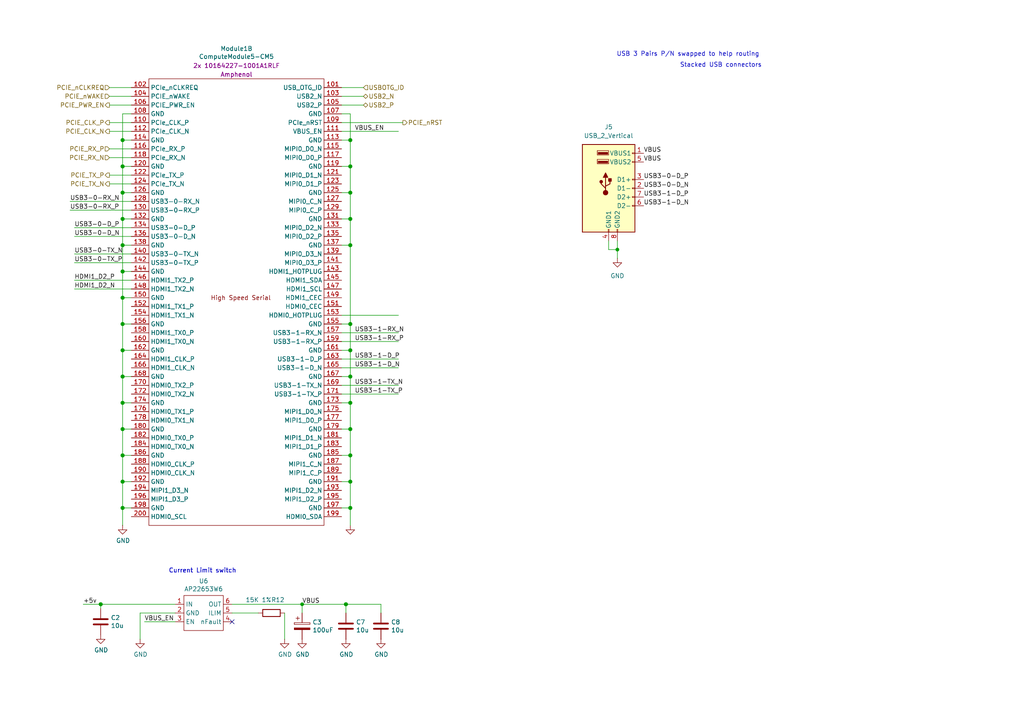
<source format=kicad_sch>
(kicad_sch (version 20250114) (generator "eeschema") (generator_version "9.0")
  (paper "A4")
  (title_block (title "Compute Module 5 IO ") (rev "1") (company "E-SMART SOLUTIONS") (comment 1 "Mostafa Bakir"))
  (lib_symbols
    (symbol "CM5IO:AP2553W6"
      (property "Reference" "U" (at 3.81 -6.35 0))
      (property "Value" "AP2553W6" (at -3.81 -6.35 0))
      (symbol "AP2553W6_0_0"
        (pin power_in line (at -8.89 2.54 0) (length 2.54) (name "IN") (number "1"))
        (pin power_out line (at -8.89 0 0) (length 2.54) (name "GND") (number "2"))
        (pin input line (at -8.89 -2.54 0) (length 2.54) (name "EN") (number "3"))
        (pin power_out line (at 7.62 2.54 180) (length 2.54) (name "OUT") (number "6"))
        (pin passive line (at 7.62 0 180) (length 2.54) (name "ILIM") (number "5"))
        (pin open_collector line (at 7.62 -2.54 180) (length 2.54) (name "nFault") (number "4"))
      )
      (symbol "AP2553W6_0_1"
        (rectangle (start -6.35 5.08) (end 5.08 -5.08))
      )
    )
    (symbol "CM5IO:ComputeModule5-CM5"
      (property "Reference" "Module" (at 113.03 -68.58 0))
      (property "Value" "ComputeModule5-CM5" (at 140.97 2.54 0))
      (property "Field4" "Amphenol" (at 0 0 0))
      (property "Field5" "2x 10164227-1001A1RLF" (at 0 -2.54 0))
      (symbol "ComputeModule5-CM5_1_0"
        (text "GPIO" (at 0 6.35 0) (effects (font (size 1.27 1.27))))
      )
      (symbol "ComputeModule5-CM5_1_1"
        (rectangle (start -30.48 -71.12) (end 25.4 58.42))
        (text "600mA Max" (at -8.89 -48.26 0) (effects (font (size 1.27 1.27))))
        (text "600mA Max" (at -8.89 -53.34 0) (effects (font (size 1.27 1.27))))
        (text "NB SD signals are only available" (at -1.27 -27.94 0) (effects (font (size 1.27 1.27))))
        (text "on modules without eMMC" (at -1.27 -30.48 0) (effects (font (size 1.27 1.27))))
        (pin power_in line (at -33.02 55.88 0) (length 2.54) (name "GND") (number "2"))
        (pin passive line (at -33.02 53.34 0) (length 2.54) (name "Ethernet_Pair1_P") (number "4"))
        (pin passive line (at -33.02 50.8 0) (length 2.54) (name "Ethernet_Pair1_N") (number "6"))
        (pin power_in line (at -33.02 48.26 0) (length 2.54) (name "GND") (number "8"))
        (pin passive line (at -33.02 45.72 0) (length 2.54) (name "Ethernet_Pair0_N") (number "10"))
        (pin passive line (at -33.02 43.18 0) (length 2.54) (name "Ethernet_Pair0_P") (number "12"))
        (pin power_in line (at -33.02 40.64 0) (length 2.54) (name "GND") (number "14"))
        (pin input line (at -33.02 38.1 0) (length 2.54) (name "FAN_TACHO") (number "16"))
        (pin input line (at -33.02 35.56 0) (length 2.54) (name "Ethernet_SYNC_OUT(3.3v)") (number "18"))
        (pin passive line (at -33.02 33.02 0) (length 2.54) (name "EEPROM_nWP") (number "20"))
        (pin power_in line (at -33.02 30.48 0) (length 2.54) (name "GND") (number "22"))
        (pin passive line (at -33.02 27.94 0) (length 2.54) (name "GPIO26") (number "24"))
        (pin passive line (at -33.02 25.4 0) (length 2.54) (name "GPIO19") (number "26"))
        (pin passive line (at -33.02 22.86 0) (length 2.54) (name "GPIO13") (number "28"))
        (pin passive line (at -33.02 20.32 0) (length 2.54) (name "GPIO6") (number "30"))
        (pin power_in line (at -33.02 17.78 0) (length 2.54) (name "GND") (number "32"))
        (pin passive line (at -33.02 15.24 0) (length 2.54) (name "GPIO5") (number "34"))
        (pin passive line (at -33.02 12.7 0) (length 2.54) (name "ID_SD") (number "36"))
        (pin passive line (at -33.02 10.16 0) (length 2.54) (name "GPIO11") (number "38"))
        (pin passive line (at -33.02 7.62 0) (length 2.54) (name "GPIO9") (number "40"))
        (pin power_in line (at -33.02 5.08 0) (length 2.54) (name "GND") (number "42"))
        (pin passive line (at -33.02 2.54 0) (length 2.54) (name "GPIO10") (number "44"))
        (pin passive line (at -33.02 0 0) (length 2.54) (name "GPIO22") (number "46"))
        (pin passive line (at -33.02 -2.54 0) (length 2.54) (name "GPIO27") (number "48"))
        (pin passive line (at -33.02 -5.08 0) (length 2.54) (name "GPIO17") (number "50"))
        (pin power_in line (at -33.02 -7.62 0) (length 2.54) (name "GND") (number "52"))
        (pin passive line (at -33.02 -10.16 0) (length 2.54) (name "GPIO4") (number "54"))
        (pin passive line (at -33.02 -12.7 0) (length 2.54) (name "GPIO3") (number "56"))
        (pin passive line (at -33.02 -15.24 0) (length 2.54) (name "GPIO2") (number "58"))
        (pin power_in line (at -33.02 -17.78 0) (length 2.54) (name "GND") (number "60"))
        (pin passive line (at -33.02 -20.32 0) (length 2.54) (name "SD_CMD") (number "62"))
        (pin passive line (at -33.02 -22.86 0) (length 2.54) (name "SD_DAT5") (number "64"))
        (pin power_in line (at -33.02 -25.4 0) (length 2.54) (name "GND") (number "66"))
        (pin passive line (at -33.02 -27.94 0) (length 2.54) (name "SD_DAT4") (number "68"))
        (pin passive line (at -33.02 -30.48 0) (length 2.54) (name "SD_DAT7") (number "70"))
        (pin passive line (at -33.02 -33.02 0) (length 2.54) (name "SD_DAT6") (number "72"))
        (pin power_in line (at -33.02 -35.56 0) (length 2.54) (name "GND") (number "74"))
        (pin passive line (at -33.02 -38.1 0) (length 2.54) (name "VBAT") (number "76"))
        (pin power_in line (at -33.02 -40.64 0) (length 2.54) (name "GPIO_VREF(1.8v/3.3v_Input)") (number "78"))
        (pin passive line (at -33.02 -43.18 0) (length 2.54) (name "SCL0") (number "80"))
        (pin passive line (at -33.02 -45.72 0) (length 2.54) (name "SDA0") (number "82"))
        (pin power_out line (at -33.02 -48.26 0) (length 2.54) (name "+3.3v_(Output)") (number "84"))
        (pin passive line (at -33.02 -50.8 0) (length 2.54) (name "+3.3v_(Output)") (number "86"))
        (pin power_out line (at -33.02 -53.34 0) (length 2.54) (name "+1.8v_(Output)") (number "88"))
        (pin passive line (at -33.02 -55.88 0) (length 2.54) (name "+1.8v_(Output)") (number "90"))
        (pin passive line (at -33.02 -58.42 0) (length 2.54) (name "PWR_BUT") (number "92"))
        (pin passive line (at -33.02 -60.96 0) (length 2.54) (name "CC1") (number "94"))
        (pin passive line (at -33.02 -63.5 0) (length 2.54) (name "CC2") (number "96"))
        (pin power_in line (at -33.02 -66.04 0) (length 2.54) (name "GND") (number "98"))
        (pin passive line (at -33.02 -68.58 0) (length 2.54) (name "CAM_GPIO1") (number "100"))
        (pin power_in line (at 27.94 55.88 180) (length 2.54) (name "GND") (number "1"))
        (pin passive line (at 27.94 53.34 180) (length 2.54) (name "Ethernet_Pair3_P") (number "3"))
        (pin passive line (at 27.94 50.8 180) (length 2.54) (name "Ethernet_Pair3_N") (number "5"))
        (pin power_in line (at 27.94 48.26 180) (length 2.54) (name "GND") (number "7"))
        (pin passive line (at 27.94 45.72 180) (length 2.54) (name "Ethernet_Pair2_N") (number "9"))
        (pin passive line (at 27.94 43.18 180) (length 2.54) (name "Ethernet_Pair2_P") (number "11"))
        (pin power_in line (at 27.94 40.64 180) (length 2.54) (name "GND") (number "13"))
        (pin output line (at 27.94 38.1 180) (length 2.54) (name "Ethernet_nLED3(3.3v)") (number "15"))
        (pin output line (at 27.94 35.56 180) (length 2.54) (name "Ethernet_nLED2(3.3v)") (number "17"))
        (pin output line (at 27.94 33.02 180) (length 2.54) (name "FAN_PWM") (number "19"))
        (pin open_collector line (at 27.94 30.48 180) (length 2.54) (name "LED_nACT") (number "21"))
        (pin power_in line (at 27.94 27.94 180) (length 2.54) (name "GND") (number "23"))
        (pin passive line (at 27.94 25.4 180) (length 2.54) (name "GPIO21") (number "25"))
        (pin passive line (at 27.94 22.86 180) (length 2.54) (name "GPIO20") (number "27"))
        (pin passive line (at 27.94 20.32 180) (length 2.54) (name "GPIO16") (number "29"))
        (pin passive line (at 27.94 17.78 180) (length 2.54) (name "GPIO12") (number "31"))
        (pin power_in line (at 27.94 15.24 180) (length 2.54) (name "GND") (number "33"))
        (pin passive line (at 27.94 12.7 180) (length 2.54) (name "ID_SC") (number "35"))
        (pin passive line (at 27.94 10.16 180) (length 2.54) (name "GPIO7") (number "37"))
        (pin passive line (at 27.94 7.62 180) (length 2.54) (name "GPIO8") (number "39"))
        (pin passive line (at 27.94 5.08 180) (length 2.54) (name "GPIO25") (number "41"))
        (pin power_in line (at 27.94 2.54 180) (length 2.54) (name "GND") (number "43"))
        (pin passive line (at 27.94 0 180) (length 2.54) (name "GPIO24") (number "45"))
        (pin passive line (at 27.94 -2.54 180) (length 2.54) (name "GPIO23") (number "47"))
        (pin passive line (at 27.94 -5.08 180) (length 2.54) (name "GPIO18") (number "49"))
        (pin passive line (at 27.94 -7.62 180) (length 2.54) (name "GPIO15") (number "51"))
        (pin power_in line (at 27.94 -10.16 180) (length 2.54) (name "GND") (number "53"))
        (pin passive line (at 27.94 -12.7 180) (length 2.54) (name "GPIO14") (number "55"))
        (pin passive line (at 27.94 -15.24 180) (length 2.54) (name "SD_CLK") (number "57"))
        (pin power_in line (at 27.94 -17.78 180) (length 2.54) (name "GND") (number "59"))
        (pin passive line (at 27.94 -20.32 180) (length 2.54) (name "SD_DAT3") (number "61"))
        (pin passive line (at 27.94 -22.86 180) (length 2.54) (name "SD_DAT0") (number "63"))
        (pin power_in line (at 27.94 -25.4 180) (length 2.54) (name "GND") (number "65"))
        (pin passive line (at 27.94 -27.94 180) (length 2.54) (name "SD_DAT1") (number "67"))
        (pin passive line (at 27.94 -30.48 180) (length 2.54) (name "SD_DAT2") (number "69"))
        (pin power_in line (at 27.94 -33.02 180) (length 2.54) (name "GND") (number "71"))
        (pin input line (at 27.94 -35.56 180) (length 2.54) (name "SD_VDD_Override") (number "73"))
        (pin output line (at 27.94 -38.1 180) (length 2.54) (name "SD_PWR_ON") (number "75"))
        (pin power_in line (at 27.94 -40.64 180) (length 2.54) (name "+5v_(Input)") (number "77"))
        (pin power_in line (at 27.94 -43.18 180) (length 2.54) (name "+5v_(Input)") (number "79"))
        (pin power_in line (at 27.94 -45.72 180) (length 2.54) (name "+5v_(Input)") (number "81"))
        (pin power_in line (at 27.94 -48.26 180) (length 2.54) (name "+5v_(Input)") (number "83"))
        (pin power_in line (at 27.94 -50.8 180) (length 2.54) (name "+5v_(Input)") (number "85"))
        (pin power_in line (at 27.94 -53.34 180) (length 2.54) (name "+5v_(Input)") (number "87"))
        (pin input line (at 27.94 -55.88 180) (length 2.54) (name "WiFi_nDisable") (number "89"))
        (pin input line (at 27.94 -58.42 180) (length 2.54) (name "BT_nDisable") (number "91"))
        (pin input line (at 27.94 -60.96 180) (length 2.54) (name "nRPIBOOT") (number "93"))
        (pin output line (at 27.94 -63.5 180) (length 2.54) (name "LED_nPWR") (number "95"))
        (pin passive line (at 27.94 -66.04 180) (length 2.54) (name "CAM_GPIO0") (number "97"))
        (pin input line (at 27.94 -68.58 180) (length 2.54) (name "PMIC_ENABLE") (number "99"))
      )
      (symbol "ComputeModule5-CM5_2_1"
        (rectangle (start 114.3 -66.04) (end 165.1 63.5))
        (text "High Speed Serial" (at 140.97 0 0) (effects (font (size 1.27 1.27))))
        (pin input line (at 109.22 60.96 0) (length 5.08) (name "PCIe_nCLKREQ") (number "102"))
        (pin input line (at 109.22 58.42 0) (length 5.08) (name "PCIE_nWAKE") (number "104"))
        (pin output line (at 109.22 55.88 0) (length 5.08) (name "PCIE_PWR_EN") (number "106"))
        (pin power_in line (at 109.22 53.34 0) (length 5.08) (name "GND") (number "108"))
        (pin output line (at 109.22 50.8 0) (length 5.08) (name "PCIe_CLK_P") (number "110"))
        (pin output line (at 109.22 48.26 0) (length 5.08) (name "PCIe_CLK_N") (number "112"))
        (pin power_in line (at 109.22 45.72 0) (length 5.08) (name "GND") (number "114"))
        (pin input line (at 109.22 43.18 0) (length 5.08) (name "PCIe_RX_P") (number "116"))
        (pin input line (at 109.22 40.64 0) (length 5.08) (name "PCIe_RX_N") (number "118"))
        (pin power_in line (at 109.22 38.1 0) (length 5.08) (name "GND") (number "120"))
        (pin output line (at 109.22 35.56 0) (length 5.08) (name "PCIe_TX_P") (number "122"))
        (pin output line (at 109.22 33.02 0) (length 5.08) (name "PCIe_TX_N") (number "124"))
        (pin power_in line (at 109.22 30.48 0) (length 5.08) (name "GND") (number "126"))
        (pin input line (at 109.22 27.94 0) (length 5.08) (name "USB3-0-RX_N") (number "128"))
        (pin input line (at 109.22 25.4 0) (length 5.08) (name "USB3-0-RX_P") (number "130"))
        (pin power_in line (at 109.22 22.86 0) (length 5.08) (name "GND") (number "132"))
        (pin passive line (at 109.22 20.32 0) (length 5.08) (name "USB3-0-D_P") (number "134"))
        (pin passive line (at 109.22 17.78 0) (length 5.08) (name "USB3-0-D_N") (number "136"))
        (pin power_in line (at 109.22 15.24 0) (length 5.08) (name "GND") (number "138"))
        (pin output line (at 109.22 12.7 0) (length 5.08) (name "USB3-0-TX_N") (number "140"))
        (pin output line (at 109.22 10.16 0) (length 5.08) (name "USB3-0-TX_P") (number "142"))
        (pin power_in line (at 109.22 7.62 0) (length 5.08) (name "GND") (number "144"))
        (pin output line (at 109.22 5.08 0) (length 5.08) (name "HDMI1_TX2_P") (number "146"))
        (pin output line (at 109.22 2.54 0) (length 5.08) (name "HDMI1_TX2_N") (number "148"))
        (pin power_in line (at 109.22 0 0) (length 5.08) (name "GND") (number "150"))
        (pin output line (at 109.22 -2.54 0) (length 5.08) (name "HDMI1_TX1_P") (number "152"))
        (pin output line (at 109.22 -5.08 0) (length 5.08) (name "HDMI1_TX1_N") (number "154"))
        (pin power_in line (at 109.22 -7.62 0) (length 5.08) (name "GND") (number "156"))
        (pin output line (at 109.22 -10.16 0) (length 5.08) (name "HDMI1_TX0_P") (number "158"))
        (pin output line (at 109.22 -12.7 0) (length 5.08) (name "HDMI1_TX0_N") (number "160"))
        (pin power_in line (at 109.22 -15.24 0) (length 5.08) (name "GND") (number "162"))
        (pin output line (at 109.22 -17.78 0) (length 5.08) (name "HDMI1_CLK_P") (number "164"))
        (pin output line (at 109.22 -20.32 0) (length 5.08) (name "HDMI1_CLK_N") (number "166"))
        (pin power_in line (at 109.22 -22.86 0) (length 5.08) (name "GND") (number "168"))
        (pin output line (at 109.22 -25.4 0) (length 5.08) (name "HDMI0_TX2_P") (number "170"))
        (pin output line (at 109.22 -27.94 0) (length 5.08) (name "HDMI0_TX2_N") (number "172"))
        (pin power_in line (at 109.22 -30.48 0) (length 5.08) (name "GND") (number "174"))
        (pin output line (at 109.22 -33.02 0) (length 5.08) (name "HDMI0_TX1_P") (number "176"))
        (pin output line (at 109.22 -35.56 0) (length 5.08) (name "HDMI0_TX1_N") (number "178"))
        (pin power_in line (at 109.22 -38.1 0) (length 5.08) (name "GND") (number "180"))
        (pin output line (at 109.22 -40.64 0) (length 5.08) (name "HDMI0_TX0_P") (number "182"))
        (pin output line (at 109.22 -43.18 0) (length 5.08) (name "HDMI0_TX0_N") (number "184"))
        (pin power_in line (at 109.22 -45.72 0) (length 5.08) (name "GND") (number "186"))
        (pin output line (at 109.22 -48.26 0) (length 5.08) (name "HDMI0_CLK_P") (number "188"))
        (pin output line (at 109.22 -50.8 0) (length 5.08) (name "HDMI0_CLK_N") (number "190"))
        (pin power_in line (at 109.22 -53.34 0) (length 5.08) (name "GND") (number "192"))
        (pin output line (at 109.22 -55.88 0) (length 5.08) (name "MIPI1_D3_N") (number "194"))
        (pin output line (at 109.22 -58.42 0) (length 5.08) (name "MIPI1_D3_P") (number "196"))
        (pin power_in line (at 109.22 -60.96 0) (length 5.08) (name "GND") (number "198"))
        (pin open_collector line (at 109.22 -63.5 0) (length 5.08) (name "HDMI0_SCL") (number "200"))
        (pin input line (at 170.18 60.96 180) (length 5.08) (name "USB_OTG_ID") (number "101"))
        (pin passive line (at 170.18 58.42 180) (length 5.08) (name "USB2_N") (number "103"))
        (pin passive line (at 170.18 55.88 180) (length 5.08) (name "USB2_P") (number "105"))
        (pin power_in line (at 170.18 53.34 180) (length 5.08) (name "GND") (number "107"))
        (pin output line (at 170.18 50.8 180) (length 5.08) (name "PCIe_nRST") (number "109"))
        (pin output line (at 170.18 48.26 180) (length 5.08) (name "VBUS_EN") (number "111"))
        (pin power_in line (at 170.18 45.72 180) (length 5.08) (name "GND") (number "113"))
        (pin input line (at 170.18 43.18 180) (length 5.08) (name "MIPI0_D0_N") (number "115"))
        (pin input line (at 170.18 40.64 180) (length 5.08) (name "MIPI0_D0_P") (number "117"))
        (pin power_in line (at 170.18 38.1 180) (length 5.08) (name "GND") (number "119"))
        (pin input line (at 170.18 35.56 180) (length 5.08) (name "MIPI0_D1_N") (number "121"))
        (pin input line (at 170.18 33.02 180) (length 5.08) (name "MIPI0_D1_P") (number "123"))
        (pin power_in line (at 170.18 30.48 180) (length 5.08) (name "GND") (number "125"))
        (pin input line (at 170.18 27.94 180) (length 5.08) (name "MIPI0_C_N") (number "127"))
        (pin input line (at 170.18 25.4 180) (length 5.08) (name "MIPI0_C_P") (number "129"))
        (pin power_in line (at 170.18 22.86 180) (length 5.08) (name "GND") (number "131"))
        (pin input line (at 170.18 20.32 180) (length 5.08) (name "MIPI0_D2_N") (number "133"))
        (pin input line (at 170.18 17.78 180) (length 5.08) (name "MIPI0_D2_P") (number "135"))
        (pin power_in line (at 170.18 15.24 180) (length 5.08) (name "GND") (number "137"))
        (pin input line (at 170.18 12.7 180) (length 5.08) (name "MIPI0_D3_N") (number "139"))
        (pin input line (at 170.18 10.16 180) (length 5.08) (name "MIPI0_D3_P") (number "141"))
        (pin input line (at 170.18 7.62 180) (length 5.08) (name "HDMI1_HOTPLUG") (number "143"))
        (pin bidirectional line (at 170.18 5.08 180) (length 5.08) (name "HDMI1_SDA") (number "145"))
        (pin open_collector line (at 170.18 2.54 180) (length 5.08) (name "HDMI1_SCL") (number "147"))
        (pin open_collector line (at 170.18 0 180) (length 5.08) (name "HDMI1_CEC") (number "149"))
        (pin open_collector line (at 170.18 -2.54 180) (length 5.08) (name "HDMI0_CEC") (number "151"))
        (pin input line (at 170.18 -5.08 180) (length 5.08) (name "HDMI0_HOTPLUG") (number "153"))
        (pin power_in line (at 170.18 -7.62 180) (length 5.08) (name "GND") (number "155"))
        (pin input line (at 170.18 -10.16 180) (length 5.08) (name "USB3-1-RX_N") (number "157"))
        (pin input line (at 170.18 -12.7 180) (length 5.08) (name "USB3-1-RX_P") (number "159"))
        (pin power_in line (at 170.18 -15.24 180) (length 5.08) (name "GND") (number "161"))
        (pin passive line (at 170.18 -17.78 180) (length 5.08) (name "USB3-1-D_P") (number "163"))
        (pin passive line (at 170.18 -20.32 180) (length 5.08) (name "USB3-1-D_N") (number "165"))
        (pin power_in line (at 170.18 -22.86 180) (length 5.08) (name "GND") (number "167"))
        (pin output line (at 170.18 -25.4 180) (length 5.08) (name "USB3-1-TX_N") (number "169"))
        (pin output line (at 170.18 -27.94 180) (length 5.08) (name "USB3-1-TX_P") (number "171"))
        (pin power_in line (at 170.18 -30.48 180) (length 5.08) (name "GND") (number "173"))
        (pin output line (at 170.18 -33.02 180) (length 5.08) (name "MIPI1_D0_N") (number "175"))
        (pin output line (at 170.18 -35.56 180) (length 5.08) (name "MIPI1_D0_P") (number "177"))
        (pin power_in line (at 170.18 -38.1 180) (length 5.08) (name "GND") (number "179"))
        (pin output line (at 170.18 -40.64 180) (length 5.08) (name "MIPI1_D1_N") (number "181"))
        (pin output line (at 170.18 -43.18 180) (length 5.08) (name "MIPI1_D1_P") (number "183"))
        (pin power_in line (at 170.18 -45.72 180) (length 5.08) (name "GND") (number "185"))
        (pin output line (at 170.18 -48.26 180) (length 5.08) (name "MIPI1_C_N") (number "187"))
        (pin output line (at 170.18 -50.8 180) (length 5.08) (name "MIPI1_C_P") (number "189"))
        (pin power_in line (at 170.18 -53.34 180) (length 5.08) (name "GND") (number "191"))
        (pin output line (at 170.18 -55.88 180) (length 5.08) (name "MIPI1_D2_N") (number "193"))
        (pin output line (at 170.18 -58.42 180) (length 5.08) (name "MIPI1_D2_P") (number "195"))
        (pin power_in line (at 170.18 -60.96 180) (length 5.08) (name "GND") (number "197"))
        (pin bidirectional line (at 170.18 -63.5 180) (length 5.08) (name "HDMI0_SDA") (number "199"))
      )
    )
    (symbol "Connector:USB_2_Vertical" (pin_names (offset 1.016))
      (property "Reference" "J" (at 0 15.875 0))
      (property "Value" "USB_2_Vertical" (at 0 13.97 0))
      (symbol "USB_2_Vertical_0_1"
        (rectangle (start -7.62 12.7) (end 7.62 -12.7) (stroke (width 0.254)) (fill (type background)))
        (circle (center -2.159 1.905) (radius 0.381) (stroke (width 0.254)) (fill (type outline)))
        (polyline (pts (xy -1.524 3.175) (xy -0.254 3.175) (xy -0.889 4.445) (xy -1.524 3.175)) (stroke (width 0.254)) (fill (type outline)))
        (polyline (pts (xy -0.889 0) (xy -0.889 0.635) (xy 0.381 1.27) (xy 0.381 2.54)) (stroke (width 0.254)))
        (polyline (pts (xy -0.889 -0.635) (xy -0.889 0) (xy -2.159 1.27) (xy -2.159 1.905)) (stroke (width 0.254)))
        (circle (center -0.889 -1.27) (radius 0.635) (stroke (width 0.254)) (fill (type outline)))
        (rectangle (start -0.254 9.906) (end -3.048 10.414) (fill (type outline)))
        (rectangle (start -0.254 7.366) (end -3.048 7.874) (fill (type outline)))
        (rectangle (start -0.127 -12.7) (end 0.127 -11.938))
        (rectangle (start 0 9.652) (end -3.302 10.922))
        (rectangle (start 0 7.112) (end -3.302 8.382))
        (rectangle (start 0 2.794) (end 0.762 2.032) (stroke (width 0.254)) (fill (type outline)))
        (rectangle (start 2.413 -12.7) (end 2.667 -11.938))
        (rectangle (start 7.62 10.033) (end 6.858 10.287))
        (rectangle (start 7.62 7.493) (end 6.858 7.747))
        (rectangle (start 7.62 2.413) (end 6.858 2.667))
        (rectangle (start 7.62 -0.127) (end 6.858 0.127))
        (rectangle (start 7.62 -2.667) (end 6.858 -2.413))
        (rectangle (start 7.62 -5.207) (end 6.858 -4.953))
      )
      (symbol "USB_2_Vertical_1_1"
        (polyline (pts (xy -0.889 0.635) (xy -0.889 3.175)) (stroke (width 0.254)))
        (pin power_in line (at 0 -15.24 90) (length 2.54) (name "GND1") (number "4"))
        (pin power_in line (at 2.54 -15.24 90) (length 2.54) (name "GND2") (number "8"))
        (pin power_in line (at 10.16 10.16 180) (length 2.54) (name "VBUS1") (number "1"))
        (pin power_in line (at 10.16 7.62 180) (length 2.54) (name "VBUS2") (number "5"))
        (pin bidirectional line (at 10.16 2.54 180) (length 2.54) (name "D1+") (number "3"))
        (pin bidirectional line (at 10.16 0 180) (length 2.54) (name "D1-") (number "2"))
        (pin bidirectional line (at 10.16 -2.54 180) (length 2.54) (name "D2+") (number "7"))
        (pin bidirectional line (at 10.16 -5.08 180) (length 2.54) (name "D2-") (number "6"))
      )
    )
    (symbol "Device:C" (pin_numbers (hide yes)) (pin_names (offset 0.254))
      (property "Reference" "C" (at 0.635 2.54 0))
      (property "Value" "C" (at 0.635 -2.54 0))
      (symbol "C_0_1"
        (polyline (pts (xy -2.032 0.762) (xy 2.032 0.762)) (stroke (width 0.508)))
        (polyline (pts (xy -2.032 -0.762) (xy 2.032 -0.762)) (stroke (width 0.508)))
      )
      (symbol "C_1_1"
        (pin passive line (at 0 3.81 270) (length 2.794) (name "~") (number "1"))
        (pin passive line (at 0 -3.81 90) (length 2.794) (name "~") (number "2"))
      )
    )
    (symbol "Device:C_Polarized" (pin_numbers (hide yes)) (pin_names (offset 0.254))
      (property "Reference" "C" (at 0.635 2.54 0))
      (property "Value" "C_Polarized" (at 0.635 -2.54 0))
      (symbol "C_Polarized_0_1"
        (rectangle (start -2.286 0.508) (end 2.286 1.016))
        (polyline (pts (xy -1.778 2.286) (xy -0.762 2.286)))
        (polyline (pts (xy -1.27 2.794) (xy -1.27 1.778)))
        (rectangle (start 2.286 -0.508) (end -2.286 -1.016) (fill (type outline)))
      )
      (symbol "C_Polarized_1_1"
        (pin passive line (at 0 3.81 270) (length 2.794) (name "~") (number "1"))
        (pin passive line (at 0 -3.81 90) (length 2.794) (name "~") (number "2"))
      )
    )
    (symbol "Device:R" (pin_numbers (hide yes)) (pin_names (offset 0))
      (property "Reference" "R" (at 2.032 0 90))
      (property "Value" "R" (at 0 0 90))
      (symbol "R_0_1"
        (rectangle (start -1.016 -2.54) (end 1.016 2.54) (stroke (width 0.254)))
      )
      (symbol "R_1_1"
        (pin passive line (at 0 3.81 270) (length 1.27) (name "~") (number "1"))
        (pin passive line (at 0 -3.81 90) (length 1.27) (name "~") (number "2"))
      )
    )
    (symbol "power:GND" (power) (pin_numbers (hide yes)) (pin_names (offset 0) (hide yes))
      (property "Value" "GND" (at 0 -3.81 0))
      (symbol "GND_0_1"
        (polyline (pts (xy 0 0) (xy 0 -1.27) (xy 1.27 -1.27) (xy 0 -2.54) (xy -1.27 -1.27) (xy 0 -1.27)))
      )
      (symbol "GND_1_1"
        (pin power_in line (at 0 0 270) (length 0) (name "~") (number "1"))
      )
    )
  )
  (text "USB 3 Pairs P/N swapped to help routing" (at 178.816 16.51 0) (effects (font (size 1.27 1.27)) (justify left bottom)))
  (text "Current Limit switch" (at 68.58 166.37 0) (effects (font (size 1.27 1.27)) (justify right bottom)))
  (text "Stacked USB connectors" (at 220.98 19.685 0) (effects (font (size 1.27 1.27)) (justify right bottom)))
  (text "Current Limit switch" (at 68.58 166.37 0) (effects (font (size 1.27 1.27)) (justify right bottom)))
  (junction (at 35.56 147.32) (diameter 1.016))
  (junction (at 35.56 132.08) (diameter 1.016))
  (junction (at 101.6 132.08) (diameter 1.016))
  (junction (at 35.56 71.12) (diameter 1.016))
  (junction (at 101.6 55.88) (diameter 1.016))
  (junction (at 100.33 175.26) (diameter 1.016))
  (junction (at 101.6 147.32) (diameter 1.016))
  (junction (at 35.56 40.64) (diameter 1.016))
  (junction (at 101.6 40.64) (diameter 1.016))
  (junction (at 35.56 55.88) (diameter 1.016))
  (junction (at 101.6 101.6) (diameter 1.016))
  (junction (at 101.6 124.46) (diameter 1.016))
  (junction (at 35.56 78.74) (diameter 1.016))
  (junction (at 101.6 116.84) (diameter 1.016))
  (junction (at 35.56 48.26) (diameter 1.016))
  (junction (at 101.6 63.5) (diameter 1.016))
  (junction (at 29.21 175.26) (diameter 1.016))
  (junction (at 101.6 48.26) (diameter 1.016))
  (junction (at 35.56 139.7) (diameter 1.016))
  (junction (at 101.6 139.7) (diameter 1.016))
  (junction (at 101.6 93.98) (diameter 1.016))
  (junction (at 35.56 101.6) (diameter 1.016))
  (junction (at 35.56 116.84) (diameter 1.016))
  (junction (at 179.07 72.39))
  (junction (at 35.56 86.36) (diameter 1.016))
  (junction (at 101.6 71.12) (diameter 1.016))
  (junction (at 101.6 109.22) (diameter 1.016))
  (junction (at 35.56 63.5) (diameter 1.016))
  (junction (at 87.63 175.26))
  (junction (at 35.56 93.98) (diameter 1.016))
  (junction (at 35.56 124.46) (diameter 1.016))
  (junction (at 35.56 109.22) (diameter 1.016))
  (no_connect (at 67.31 180.34))
  (wire (pts (xy 24.13 175.26) (xy 29.21 175.26)))
  (wire (pts (xy 99.06 38.1) (xy 115.57 38.1)))
  (wire (pts (xy 35.56 63.5) (xy 35.56 71.12)))
  (wire (pts (xy 35.56 139.7) (xy 35.56 147.32)))
  (wire (pts (xy 67.31 177.8) (xy 74.93 177.8)))
  (wire (pts (xy 35.56 33.02) (xy 35.56 40.64)))
  (wire (pts (xy 35.56 86.36) (xy 35.56 93.98)))
  (wire (pts (xy 35.56 71.12) (xy 35.56 78.74)))
  (wire (pts (xy 35.56 101.6) (xy 35.56 109.22)))
  (wire (pts (xy 101.6 48.26) (xy 101.6 40.64)))
  (wire (pts (xy 99.06 30.48) (xy 105.41 30.48)))
  (wire (pts (xy 35.56 86.36) (xy 38.1 86.36)))
  (wire (pts (xy 35.56 109.22) (xy 35.56 116.84)))
  (wire (pts (xy 35.56 48.26) (xy 35.56 55.88)))
  (wire (pts (xy 35.56 132.08) (xy 38.1 132.08)))
  (wire (pts (xy 101.6 71.12) (xy 101.6 63.5)))
  (wire (pts (xy 31.75 38.1) (xy 38.1 38.1)))
  (wire (pts (xy 35.56 109.22) (xy 38.1 109.22)))
  (wire (pts (xy 38.1 147.32) (xy 35.56 147.32)))
  (wire (pts (xy 99.06 101.6) (xy 101.6 101.6)))
  (wire (pts (xy 179.07 72.39) (xy 179.07 74.93)))
  (wire (pts (xy 35.56 55.88) (xy 35.56 63.5)))
  (wire (pts (xy 31.75 27.94) (xy 38.1 27.94)))
  (wire (pts (xy 99.06 40.64) (xy 101.6 40.64)))
  (wire (pts (xy 21.59 73.66) (xy 38.1 73.66)))
  (wire (pts (xy 21.59 66.04) (xy 38.1 66.04)))
  (wire (pts (xy 101.6 124.46) (xy 101.6 132.08)))
  (wire (pts (xy 40.64 177.8) (xy 40.64 185.42)))
  (wire (pts (xy 176.53 72.39) (xy 179.07 72.39)))
  (wire (pts (xy 41.91 180.34) (xy 50.8 180.34)))
  (wire (pts (xy 101.6 116.84) (xy 101.6 124.46)))
  (wire (pts (xy 21.59 76.2) (xy 38.1 76.2)))
  (wire (pts (xy 179.07 69.85) (xy 179.07 72.39)))
  (wire (pts (xy 101.6 147.32) (xy 101.6 152.4)))
  (wire (pts (xy 100.33 177.8) (xy 100.33 175.26)))
  (wire (pts (xy 38.1 43.18) (xy 31.75 43.18)))
  (wire (pts (xy 31.75 30.48) (xy 38.1 30.48)))
  (wire (pts (xy 99.06 132.08) (xy 101.6 132.08)))
  (wire (pts (xy 31.75 53.34) (xy 38.1 53.34)))
  (wire (pts (xy 82.55 177.8) (xy 82.55 185.42)))
  (wire (pts (xy 50.8 177.8) (xy 40.64 177.8)))
  (wire (pts (xy 35.56 63.5) (xy 38.1 63.5)))
  (wire (pts (xy 99.06 48.26) (xy 101.6 48.26)))
  (wire (pts (xy 38.1 45.72) (xy 31.75 45.72)))
  (wire (pts (xy 101.6 93.98) (xy 101.6 101.6)))
  (wire (pts (xy 35.56 116.84) (xy 35.56 124.46)))
  (wire (pts (xy 21.59 83.82) (xy 38.1 83.82)))
  (wire (pts (xy 35.56 40.64) (xy 38.1 40.64)))
  (wire (pts (xy 38.1 139.7) (xy 35.56 139.7)))
  (wire (pts (xy 67.31 175.26) (xy 87.63 175.26)))
  (wire (pts (xy 87.63 175.26) (xy 100.33 175.26)))
  (wire (pts (xy 29.21 175.26) (xy 50.8 175.26)))
  (wire (pts (xy 35.56 124.46) (xy 38.1 124.46)))
  (wire (pts (xy 99.06 55.88) (xy 101.6 55.88)))
  (wire (pts (xy 99.06 116.84) (xy 101.6 116.84)))
  (wire (pts (xy 99.06 93.98) (xy 101.6 93.98)))
  (wire (pts (xy 31.75 35.56) (xy 38.1 35.56)))
  (wire (pts (xy 101.6 139.7) (xy 101.6 147.32)))
  (wire (pts (xy 101.6 55.88) (xy 101.6 48.26)))
  (wire (pts (xy 31.75 25.4) (xy 38.1 25.4)))
  (wire (pts (xy 99.06 91.44) (xy 115.57 91.44)))
  (wire (pts (xy 31.75 50.8) (xy 38.1 50.8)))
  (wire (pts (xy 101.6 109.22) (xy 101.6 116.84)))
  (wire (pts (xy 35.56 93.98) (xy 38.1 93.98)))
  (wire (pts (xy 35.56 116.84) (xy 38.1 116.84)))
  (wire (pts (xy 99.06 63.5) (xy 101.6 63.5)))
  (wire (pts (xy 38.1 33.02) (xy 35.56 33.02)))
  (wire (pts (xy 100.33 175.26) (xy 110.49 175.26)))
  (wire (pts (xy 35.56 71.12) (xy 38.1 71.12)))
  (wire (pts (xy 35.56 124.46) (xy 35.56 132.08)))
  (wire (pts (xy 87.63 175.26) (xy 87.63 177.8)))
  (wire (pts (xy 35.56 101.6) (xy 38.1 101.6)))
  (wire (pts (xy 20.32 60.96) (xy 38.1 60.96)))
  (wire (pts (xy 99.06 124.46) (xy 101.6 124.46)))
  (wire (pts (xy 35.56 55.88) (xy 38.1 55.88)))
  (wire (pts (xy 99.06 96.52) (xy 115.57 96.52)))
  (wire (pts (xy 115.57 99.06) (xy 99.06 99.06)))
  (wire (pts (xy 99.06 109.22) (xy 101.6 109.22)))
  (wire (pts (xy 35.56 132.08) (xy 35.56 139.7)))
  (wire (pts (xy 99.06 27.94) (xy 105.41 27.94)))
  (wire (pts (xy 20.32 58.42) (xy 38.1 58.42)))
  (wire (pts (xy 101.6 40.64) (xy 101.6 33.02)))
  (wire (pts (xy 101.6 63.5) (xy 101.6 55.88)))
  (wire (pts (xy 99.06 104.14) (xy 115.57 104.14)))
  (wire (pts (xy 99.06 106.68) (xy 115.57 106.68)))
  (wire (pts (xy 35.56 78.74) (xy 38.1 78.74)))
  (wire (pts (xy 101.6 132.08) (xy 101.6 139.7)))
  (wire (pts (xy 35.56 48.26) (xy 38.1 48.26)))
  (wire (pts (xy 99.06 35.56) (xy 116.84 35.56)))
  (wire (pts (xy 101.6 71.12) (xy 101.6 93.98)))
  (wire (pts (xy 35.56 93.98) (xy 35.56 101.6)))
  (wire (pts (xy 99.06 71.12) (xy 101.6 71.12)))
  (wire (pts (xy 21.59 68.58) (xy 38.1 68.58)))
  (wire (pts (xy 99.06 114.3) (xy 115.57 114.3)))
  (wire (pts (xy 29.21 176.53) (xy 29.21 175.26)))
  (wire (pts (xy 101.6 33.02) (xy 99.06 33.02)))
  (wire (pts (xy 21.59 81.28) (xy 38.1 81.28)))
  (wire (pts (xy 101.6 101.6) (xy 101.6 109.22)))
  (wire (pts (xy 35.56 78.74) (xy 35.56 86.36)))
  (wire (pts (xy 35.56 147.32) (xy 35.56 152.4)))
  (wire (pts (xy 99.06 147.32) (xy 101.6 147.32)))
  (wire (pts (xy 110.49 175.26) (xy 110.49 177.8)))
  (wire (pts (xy 35.56 40.64) (xy 35.56 48.26)))
  (wire (pts (xy 99.06 139.7) (xy 101.6 139.7)))
  (wire (pts (xy 176.53 69.85) (xy 176.53 72.39)))
  (wire (pts (xy 99.06 111.76) (xy 115.57 111.76)))
  (wire (pts (xy 105.41 25.4) (xy 99.06 25.4)))
  (label "USB3-1-D_N" (at 102.87 106.68 0))
  (label "VBUS_EN" (at 102.87 38.1 0))
  (label "USB3-1-D_P" (at 186.69 57.15 0))
  (label "USB3-0-D_P" (at 186.69 52.07 0))
  (label "USB3-0-D_N" (at 21.59 68.58 0))
  (label "USB3-0-TX_N" (at 21.59 73.66 0))
  (label "VBUS_EN" (at 41.91 180.34 0))
  (label "USB3-1-TX_P" (at 102.87 114.3 0))
  (label "+5v" (at 24.13 175.26 0))
  (label "USB3-1-RX_P" (at 102.87 99.06 0))
  (label "USB3-0-TX_P" (at 21.59 76.2 0))
  (label "USB3-0-RX_N" (at 20.32 58.42 0))
  (label "USB3-0-D_N" (at 186.69 54.61 0))
  (label "USB3-1-TX_N" (at 102.87 111.76 0))
  (label "USB3-1-D_N" (at 186.69 59.69 0))
  (label "HDMI1_D2_N" (at 21.59 83.82 0))
  (label "VBUS" (at 186.69 44.45 0))
  (label "USB3-1-RX_N" (at 102.87 96.52 0))
  (label "VBUS" (at 87.63 175.26 0))
  (label "VBUS" (at 186.69 46.99 0))
  (label "USB3-0-D_P" (at 21.59 66.04 0))
  (label "USB3-0-RX_P" (at 20.32 60.96 0))
  (label "HDMI1_D2_P" (at 21.59 81.28 0))
  (label "USB3-1-D_P" (at 102.87 104.14 0))
  (hierarchical_label "USBOTG_ID" (shape input) (at 105.41 25.4 0))
  (hierarchical_label "PCIE_PWR_EN" (shape output) (at 31.75 30.48 180))
  (hierarchical_label "PCIE_CLK_P" (shape output) (at 31.75 35.56 180))
  (hierarchical_label "PCIE_RX_N" (shape input) (at 31.75 45.72 180))
  (hierarchical_label "PCIE_nCLKREQ" (shape input) (at 31.75 25.4 180))
  (hierarchical_label "PCIE_RX_P" (shape input) (at 31.75 43.18 180))
  (hierarchical_label "USB2_P" (shape bidirectional) (at 105.41 30.48 0))
  (hierarchical_label "USB2_N" (shape bidirectional) (at 105.41 27.94 0))
  (hierarchical_label "PCIE_TX_P" (shape output) (at 31.75 50.8 180))
  (hierarchical_label "PCIE_nWAKE" (shape input) (at 31.75 27.94 180))
  (hierarchical_label "PCIE_CLK_N" (shape output) (at 31.75 38.1 180))
  (hierarchical_label "PCIE_nRST" (shape output) (at 116.84 35.56 0))
  (hierarchical_label "PCIE_TX_N" (shape output) (at 31.75 53.34 180))
  (symbol (lib_id "power:GND") (at 101.6 152.4 0) (unit 1)
    (property "Reference" "#PWR0130" (effects (hide yes)))
    (property "Value" "GND" (effects (hide yes)))
    (property "Description" "Power symbol creates a global label with name \"GND\" , ground" (effects (hide yes)))
  )
  (symbol (lib_id "power:GND") (at 35.56 152.4 0) (unit 1)
    (property "Reference" "#PWR0131" (effects (hide yes)))
    (property "Value" "GND" (at 35.687 156.7942 0))
    (property "Description" "Power symbol creates a global label with name \"GND\" , ground" (effects (hide yes)))
  )
  (symbol (lib_id "CM5IO:ComputeModule5-CM5") (at -71.12 86.36 0) (unit 2)
    (property "Reference" "Module1" (at 68.58 14.097 0))
    (property "Value" "ComputeModule5-CM5" (at 68.58 16.4084 0))
    (property "Footprint" "CM5IO:Raspberry-Pi-5-Compute-Module" (effects (hide yes)))
    (property "Description" "RaspberryPi Compute module 5" (effects (hide yes)))
    (property "Field4" "Amphenol" (at 68.58 21.59 0))
    (property "Field5" "2x 10164227-1001A1RLF" (at 68.58 19.05 0))
    (property "Field6" "2x 10164227-1001A1RLF" (effects (hide yes)))
    (property "Field7" "Hirose" (effects (hide yes)))
    (property "Part Description" "	100 Position Connector Receptacle, Center Strip Contacts Surface Mount Gold" (effects (hide yes)))
  )
  (symbol (lib_id "power:GND") (at 179.07 74.93 0) (unit 1)
    (property "Reference" "#PWR027" (effects (hide yes)))
    (property "Value" "GND" (at 179.07 80.01 0))
    (property "Description" "Power symbol creates a global label with name \"GND\" , ground" (effects (hide yes)))
  )
  (symbol (lib_id "power:GND") (at 29.21 184.15 0) (unit 1)
    (property "Reference" "#PWR01" (effects (hide yes)))
    (property "Value" "GND" (at 29.337 188.5442 0))
    (property "Description" "Power symbol creates a global label with name \"GND\" , ground" (effects (hide yes)))
  )
  (symbol (lib_id "Device:C") (at 100.33 181.61 0) (unit 1)
    (property "Reference" "C7" (at 103.251 180.4416 0) (effects (justify left)))
    (property "Value" "10u" (at 103.251 182.753 0) (effects (justify left)))
    (property "Footprint" "Capacitor_SMD:C_0805_2012Metric" (effects (hide yes)))
    (property "Datasheet" "https://search.murata.co.jp/Ceramy/image/img/A01X/G101/ENG/GRM21BR71A106KA73-01.pdf" (effects (hide yes)))
    (property "Field5" "490-14381-1-ND" (effects (hide yes)))
    (property "Field4" "Digikey" (effects (hide yes)))
    (property "Field6" "GRM21BR71A106KA73L" (effects (hide yes)))
    (property "Field7" "Murata" (effects (hide yes)))
    (property "Part Description" "	10uF 10% 10V Ceramic Capacitor X7R 0805 (2012 Metric)" (effects (hide yes)))
    (property "Field8" "111893011" (effects (hide yes)))
  )
  (symbol (lib_id "Connector:USB_2_Vertical") (at 176.53 54.61 0) (unit 1)
    (property "Reference" "J5" (at 176.53 36.83 0))
    (property "Value" "USB_2_Vertical" (at 176.53 39.37 0))
    (property "Footprint" "Connector_USB:C393950" (effects (hide yes)))
    (property "Description" "USB Type A connector, vertical stacked" (effects (hide yes)))
  )
  (symbol (lib_id "Device:C_Polarized") (at 87.63 181.61 0) (unit 1)
    (property "Reference" "C3" (at 90.6272 180.467 0) (effects (justify left)))
    (property "Value" "100uF" (at 90.6272 182.753 0) (effects (justify left)))
    (property "Footprint" "Capacitor_Tantalum_SMD:CP_EIA-7343-31_Kemet-D" (effects (hide yes)))
    (property "Field4" "Mouser" (effects (hide yes)))
    (property "Field5" "667-EEF-CX0J101R" (effects (hide yes)))
    (property "Part Description" "Capacitor, SP-Cap, 100u, 6.3V, 15mR ESR" (effects (hide yes)))
    (property "Field7" "Panasonic" (effects (hide yes)))
  )
  (symbol (lib_id "power:GND") (at 87.63 185.42 0) (unit 1)
    (property "Reference" "#PWR010" (effects (hide yes)))
    (property "Value" "GND" (at 87.757 189.8142 0))
    (property "Description" "Power symbol creates a global label with name \"GND\" , ground" (effects (hide yes)))
  )
  (symbol (lib_id "Device:R") (at 78.74 177.8 90) (unit 1)
    (property "Reference" "R12" (at 82.55 173.99 90) (effects (justify left)))
    (property "Value" "15K 1%" (at 78.74 173.99 90) (effects (justify left)))
    (property "Footprint" "Resistor_SMD:R_0402_1005Metric" (effects (hide yes)))
    (property "Datasheet" "https://fscdn.rohm.com/en/products/databook/datasheet/passive/resistor/chip_resistor/mcr-e.pdf" (effects (hide yes)))
    (property "Field4" "Farnell" (effects (hide yes)))
    (property "Field5" "9239375" (effects (hide yes)))
    (property "Field6" "MCR01MZPF1502" (effects (hide yes)))
    (property "Field7" "Rohm" (effects (hide yes)))
    (property "Part Description" "Resistor 15K M1005 1% 63mW" (effects (hide yes)))
    (property "Field8" "120891581" (effects (hide yes)))
  )
  (symbol (lib_id "power:GND") (at 110.49 185.42 0) (unit 1)
    (property "Reference" "#PWR012" (effects (hide yes)))
    (property "Value" "GND" (at 110.617 189.8142 0))
    (property "Description" "Power symbol creates a global label with name \"GND\" , ground" (effects (hide yes)))
  )
  (symbol (lib_id "power:GND") (at 82.55 185.42 0) (unit 1)
    (property "Reference" "#PWR09" (effects (hide yes)))
    (property "Value" "GND" (at 82.677 189.8142 0))
    (property "Description" "Power symbol creates a global label with name \"GND\" , ground" (effects (hide yes)))
  )
  (symbol (lib_id "Device:C") (at 110.49 181.61 0) (unit 1)
    (property "Reference" "C8" (at 113.411 180.4416 0) (effects (justify left)))
    (property "Value" "10u" (at 113.411 182.753 0) (effects (justify left)))
    (property "Footprint" "Capacitor_SMD:C_0805_2012Metric" (effects (hide yes)))
    (property "Datasheet" "https://search.murata.co.jp/Ceramy/image/img/A01X/G101/ENG/GRM21BR71A106KA73-01.pdf" (effects (hide yes)))
    (property "Field5" "490-14381-1-ND" (effects (hide yes)))
    (property "Field4" "Digikey" (effects (hide yes)))
    (property "Field6" "GRM21BR71A106KA73L" (effects (hide yes)))
    (property "Field7" "Murata" (effects (hide yes)))
    (property "Part Description" "	10uF 10% 10V Ceramic Capacitor X7R 0805 (2012 Metric)" (effects (hide yes)))
    (property "Field8" "111893011" (effects (hide yes)))
  )
  (symbol (lib_id "CM5IO:AP2553W6") (at 59.69 177.8 0) (unit 1)
    (property "Reference" "U6" (at 59.055 168.529 0))
    (property "Value" "AP22653W6" (at 59.055 170.8404 0))
    (property "Footprint" "Package_TO_SOT_SMD:SOT-23-6" (effects (hide yes)))
    (property "Datasheet" "https://www.diodes.com/assets/Datasheets/AP255x.pdf" (effects (hide yes)))
    (property "Field4" "Digikey" (effects (hide yes)))
    (property "Field5" "	31-AP22653W6-7CT-ND" (effects (hide yes)))
    (property "Field6" "AP22653W6" (effects (hide yes)))
    (property "Field7" "Diodes" (effects (hide yes)))
    (property "Part Description" "	Power Switch/Driver 1:1 P-Channel 2.1A SOT-23-6" (effects (hide yes)))
  )
  (symbol (lib_id "power:GND") (at 40.64 185.42 0) (unit 1)
    (property "Reference" "#PWR07" (effects (hide yes)))
    (property "Value" "GND" (at 40.767 189.8142 0))
    (property "Description" "Power symbol creates a global label with name \"GND\" , ground" (effects (hide yes)))
  )
  (symbol (lib_id "power:GND") (at 100.33 185.42 0) (unit 1)
    (property "Reference" "#PWR011" (effects (hide yes)))
    (property "Value" "GND" (at 100.457 189.8142 0))
    (property "Description" "Power symbol creates a global label with name \"GND\" , ground" (effects (hide yes)))
  )
  (symbol (lib_id "Device:C") (at 29.21 180.34 0) (unit 1)
    (property "Reference" "C2" (at 32.131 179.1716 0) (effects (justify left)))
    (property "Value" "10u" (at 32.131 181.483 0) (effects (justify left)))
    (property "Footprint" "Capacitor_SMD:C_0805_2012Metric" (effects (hide yes)))
    (property "Datasheet" "https://search.murata.co.jp/Ceramy/image/img/A01X/G101/ENG/GRM21BR71A106KA73-01.pdf" (effects (hide yes)))
    (property "Field5" "490-14381-1-ND" (effects (hide yes)))
    (property "Field4" "Digikey" (effects (hide yes)))
    (property "Field6" "GRM21BR71A106KA73L" (effects (hide yes)))
    (property "Field7" "Murata" (effects (hide yes)))
    (property "Part Description" "	10uF 10% 10V Ceramic Capacitor X7R 0805 (2012 Metric)" (effects (hide yes)))
    (property "Field8" "111893011" (effects (hide yes)))
  )
)
</source>
